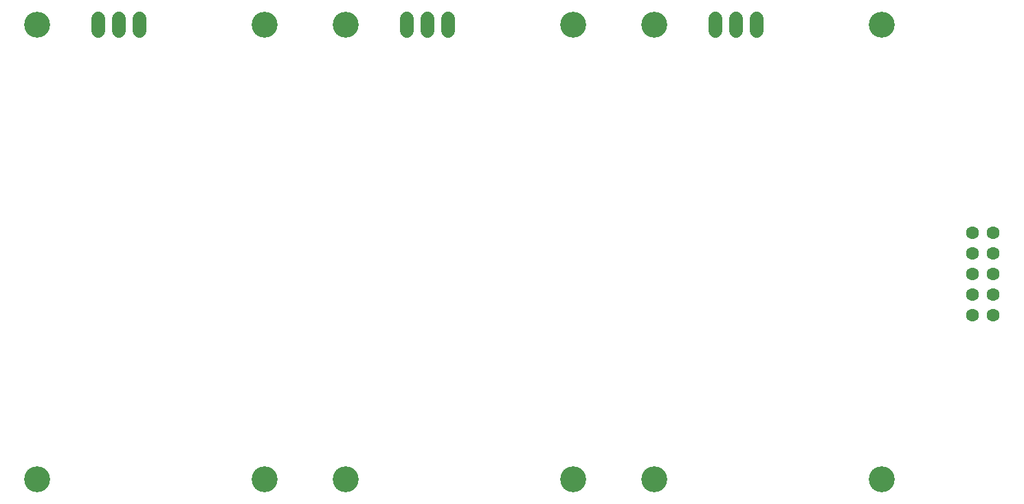
<source format=gbs>
G75*
%MOIN*%
%OFA0B0*%
%FSLAX25Y25*%
%IPPOS*%
%LPD*%
%AMOC8*
5,1,8,0,0,1.08239X$1,22.5*
%
%ADD10C,0.12611*%
%ADD11C,0.06800*%
%ADD12C,0.06312*%
D10*
X0023670Y0028922D03*
X0133906Y0028922D03*
X0173276Y0028922D03*
X0283513Y0028922D03*
X0322883Y0028922D03*
X0433119Y0028922D03*
X0433119Y0249394D03*
X0322883Y0249394D03*
X0283513Y0249394D03*
X0173276Y0249394D03*
X0133906Y0249394D03*
X0023670Y0249394D03*
D11*
X0053300Y0252300D02*
X0053300Y0246300D01*
X0063300Y0246300D02*
X0063300Y0252300D01*
X0073300Y0252300D02*
X0073300Y0246300D01*
X0202863Y0246300D02*
X0202863Y0252300D01*
X0212863Y0252300D02*
X0212863Y0246300D01*
X0222863Y0246300D02*
X0222863Y0252300D01*
X0352489Y0252300D02*
X0352489Y0246300D01*
X0362489Y0246300D02*
X0362489Y0252300D01*
X0372489Y0252300D02*
X0372489Y0246300D01*
D12*
X0477300Y0148300D03*
X0487300Y0148300D03*
X0487300Y0138300D03*
X0477300Y0138300D03*
X0477300Y0128300D03*
X0487300Y0128300D03*
X0487300Y0118300D03*
X0477300Y0118300D03*
X0477300Y0108300D03*
X0487300Y0108300D03*
M02*

</source>
